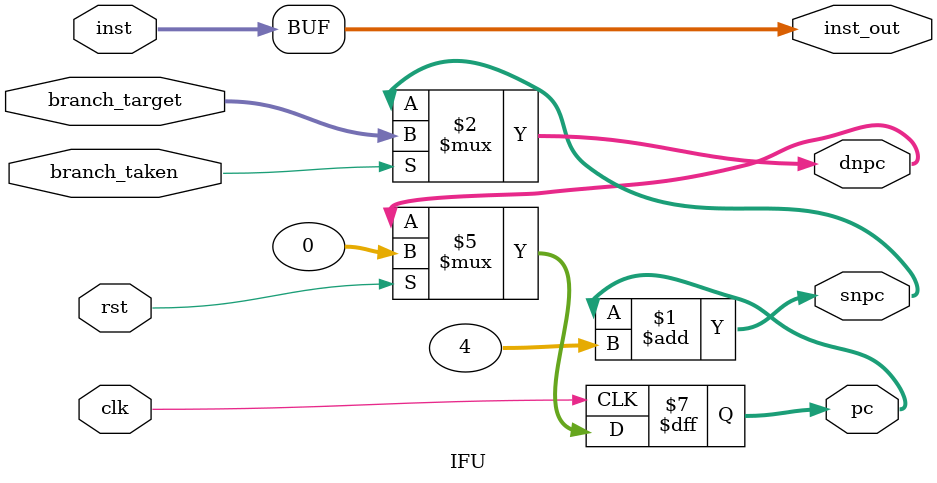
<source format=v>
module IFU(
    input wire clk,
    input wire rst,
    
    // 分支控制信号
    input wire branch_taken,
    input wire [31:0] branch_target,
    
    // PC输出
    output reg [31:0] pc,
    output wire [31:0] snpc,   // 静态下一个PC
    output wire [31:0] dnpc,   // 动态下一个PC
    
    // 从指令存储器获取的指令
    input wire [31:0] inst,
    output wire [31:0] inst_out
);

    // 静态PC（顺序执行的下一个PC）
    assign snpc = pc + 32'd4;
    
    // 动态PC（考虑分支/跳转的下一个PC）
    assign dnpc = branch_taken ? branch_target : snpc;
    
    // 指令传递
    assign inst_out = inst;
    
    // PC更新逻辑
    always @(posedge clk) begin
        if (rst) begin
            pc <= 32'h0;
        end else begin
            pc <= dnpc;
        end
    end

endmodule

</source>
